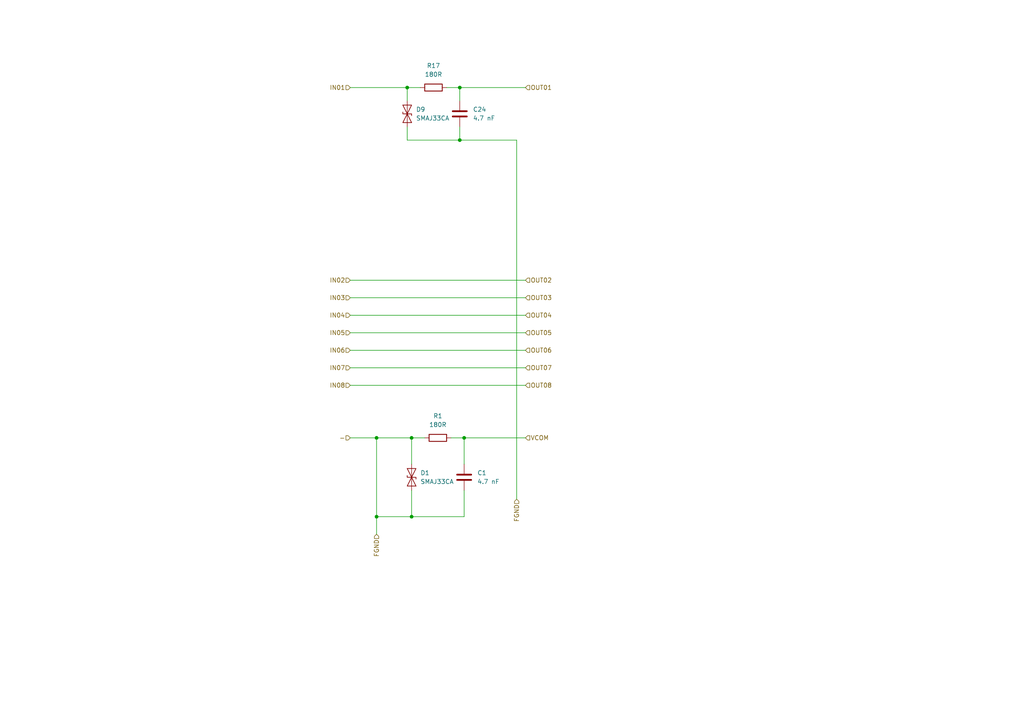
<source format=kicad_sch>
(kicad_sch (version 20231120) (generator "eeschema") (generator_version "8.0")
  (paper "A4")
  (lib_symbols
    (symbol "Diode:SMAJ33CA" (pin_numbers hide) (pin_names (offset 1.016) hide)
      (property "Reference" "D" (at 0 2.54 0))
      (property "Value" "SMAJ33CA" (at 0 -2.54 0))
      (symbol "SMAJ33CA_0_1"
        (polyline (pts (xy 1.27 0) (xy -1.27 0)))
        (polyline (pts (xy -2.54 -1.27) (xy 0 0) (xy -2.54 1.27) (xy -2.54 -1.27)) (stroke (width 0.2032)))
        (polyline (pts (xy 0.508 1.27) (xy 0 1.27) (xy 0 -1.27) (xy -0.508 -1.27)) (stroke (width 0.2032)))
        (polyline (pts (xy 2.54 1.27) (xy 2.54 -1.27) (xy 0 0) (xy 2.54 1.27)) (stroke (width 0.2032)))
      )
      (symbol "SMAJ33CA_1_1"
        (pin passive line (at -3.81 0 0) (length 2.54) (name "A1") (number "1"))
        (pin passive line (at 3.81 0 180) (length 2.54) (name "A2") (number "2"))
      )
    )
    (symbol "kicad_inventree_lib:C_4.7nF_50V_1206" (pin_numbers hide) (pin_names (offset 0.254))
      (property "Reference" "C" (at 0.635 2.54 0))
      (property "Value" "4.7 nF" (at 0.635 -2.54 0))
      (symbol "C_4.7nF_50V_1206_0_1"
        (polyline (pts (xy -2.032 -0.762) (xy 2.032 -0.762)) (stroke (width 0.508)))
        (polyline (pts (xy -2.032 0.762) (xy 2.032 0.762)) (stroke (width 0.508)))
      )
      (symbol "C_4.7nF_50V_1206_1_1"
        (pin passive line (at 0 3.81 270) (length 2.794) (name "~") (number "1"))
        (pin passive line (at 0 -3.81 90) (length 2.794) (name "~") (number "2"))
      )
    )
    (symbol "kicad_inventree_lib:R_180R_1206_1%" (pin_numbers hide) (pin_names (offset 0))
      (property "Reference" "R" (at 2.032 0 90))
      (property "Value" "180R" (at 0 0 90))
      (symbol "R_180R_1206_1%_0_1"
        (rectangle (start -1.016 -2.54) (end 1.016 2.54) (stroke (width 0.254)))
      )
      (symbol "R_180R_1206_1%_1_1"
        (pin passive line (at 0 3.81 270) (length 1.27) (name "~") (number "1"))
        (pin passive line (at 0 -3.81 90) (length 1.27) (name "~") (number "2"))
      )
    )
  )
  (junction (at 109.22 127))
  (junction (at 119.38 127))
  (junction (at 134.62 127))
  (junction (at 133.35 25.4))
  (junction (at 119.38 149.86))
  (junction (at 109.22 149.86))
  (junction (at 118.11 25.4))
  (junction (at 133.35 40.64))
  (wire (pts (xy 101.6 91.44) (xy 152.4 91.44)))
  (wire (pts (xy 133.35 25.4) (xy 133.35 29.21)))
  (wire (pts (xy 101.6 86.36) (xy 152.4 86.36)))
  (wire (pts (xy 118.11 36.83) (xy 118.11 40.64)))
  (wire (pts (xy 134.62 142.24) (xy 134.62 149.86)))
  (wire (pts (xy 119.38 127) (xy 119.38 134.62)))
  (wire (pts (xy 101.6 81.28) (xy 152.4 81.28)))
  (wire (pts (xy 149.86 144.78) (xy 149.86 40.64)))
  (wire (pts (xy 101.6 127) (xy 109.22 127)))
  (wire (pts (xy 134.62 149.86) (xy 119.38 149.86)))
  (wire (pts (xy 130.81 127) (xy 134.62 127)))
  (wire (pts (xy 133.35 40.64) (xy 118.11 40.64)))
  (wire (pts (xy 133.35 25.4) (xy 152.4 25.4)))
  (wire (pts (xy 129.54 25.4) (xy 133.35 25.4)))
  (wire (pts (xy 134.62 127) (xy 152.4 127)))
  (wire (pts (xy 119.38 127) (xy 123.19 127)))
  (wire (pts (xy 101.6 106.68) (xy 152.4 106.68)))
  (wire (pts (xy 109.22 149.86) (xy 109.22 154.94)))
  (wire (pts (xy 134.62 127) (xy 134.62 134.62)))
  (wire (pts (xy 101.6 111.76) (xy 152.4 111.76)))
  (wire (pts (xy 109.22 127) (xy 109.22 149.86)))
  (wire (pts (xy 149.86 40.64) (xy 133.35 40.64)))
  (wire (pts (xy 101.6 96.52) (xy 152.4 96.52)))
  (wire (pts (xy 118.11 25.4) (xy 118.11 29.21)))
  (wire (pts (xy 119.38 149.86) (xy 109.22 149.86)))
  (wire (pts (xy 101.6 25.4) (xy 118.11 25.4)))
  (wire (pts (xy 118.11 25.4) (xy 121.92 25.4)))
  (wire (pts (xy 109.22 127) (xy 119.38 127)))
  (wire (pts (xy 119.38 142.24) (xy 119.38 149.86)))
  (wire (pts (xy 101.6 101.6) (xy 152.4 101.6)))
  (wire (pts (xy 133.35 36.83) (xy 133.35 40.64)))
  (hierarchical_label "VCOM" (shape input) (at 152.4 127 0))
  (hierarchical_label "OUT08" (shape input) (at 152.4 111.76 0))
  (hierarchical_label "IN02" (shape input) (at 101.6 81.28 180))
  (hierarchical_label "IN05" (shape input) (at 101.6 96.52 180))
  (hierarchical_label "OUT06" (shape input) (at 152.4 101.6 0))
  (hierarchical_label "IN01" (shape input) (at 101.6 25.4 180))
  (hierarchical_label "FGND" (shape input) (at 149.86 144.78 270))
  (hierarchical_label "OUT03" (shape input) (at 152.4 86.36 0))
  (hierarchical_label "-" (shape input) (at 101.6 127 180))
  (hierarchical_label "OUT02" (shape input) (at 152.4 81.28 0))
  (hierarchical_label "OUT04" (shape input) (at 152.4 91.44 0))
  (hierarchical_label "FGND" (shape input) (at 109.22 154.94 270))
  (hierarchical_label "IN08" (shape input) (at 101.6 111.76 180))
  (hierarchical_label "IN07" (shape input) (at 101.6 106.68 180))
  (hierarchical_label "IN03" (shape input) (at 101.6 86.36 180))
  (hierarchical_label "IN04" (shape input) (at 101.6 91.44 180))
  (hierarchical_label "OUT07" (shape input) (at 152.4 106.68 0))
  (hierarchical_label "OUT05" (shape input) (at 152.4 96.52 0))
  (hierarchical_label "OUT01" (shape input) (at 152.4 25.4 0))
  (hierarchical_label "IN06" (shape input) (at 101.6 101.6 180))
  (symbol (lib_id "Diode:SMAJ33CA") (at 118.11 33.02 90) (unit 1)
    (property "Reference" "D9" (at 120.65 31.7499 90) (effects (justify right)))
    (property "Value" "SMAJ33CA" (at 120.65 34.2899 90) (effects (justify right)))
    (property "Footprint" "Diode_SMD:D_SMA" (effects (hide yes)))
    (property "Datasheet" "https://www.littelfuse.com/media?resourcetype=datasheets&itemid=75e32973-b177-4ee3-a0ff-cedaf1abdb93&filename=smaj-datasheet" (effects (hide yes)))
    (property "Description" "400W bidirectional Transient Voltage Suppressor, 33.0Vr, SMA(DO-214AC)" (effects (hide yes)))
  )
  (symbol (lib_id "kicad_inventree_lib:C_4.7nF_50V_1206") (at 133.35 33.02 0) (unit 1)
    (property "Reference" "C24" (at 137.16 31.7499 0) (effects (justify left)))
    (property "Value" "4.7 nF" (at 137.16 34.2899 0) (effects (justify left)))
    (property "Footprint" "Capacitor_SMD:C_1206_3216Metric_Pad1.33x1.80mm_HandSolder" (effects (hide yes)))
    (property "Datasheet" "http://inventree.network/part/114/" (effects (hide yes)))
    (property "Description" "Unpolarized capacitor" (effects (hide yes)))
    (property "part_ipn" "C_4.7nF_50V_1206" (effects (hide yes)))
  )
  (symbol (lib_id "kicad_inventree_lib:R_180R_1206_1%") (at 125.73 25.4 90) (unit 1)
    (property "Reference" "R17" (at 125.73 19.05 90))
    (property "Value" "180R" (at 125.73 21.59 90))
    (property "Footprint" "Resistor_SMD:R_1206_3216Metric_Pad1.30x1.75mm_HandSolder" (effects (hide yes)))
    (property "Datasheet" "http://inventree.network/part/113/" (effects (hide yes)))
    (property "Description" "Resistor" (effects (hide yes)))
    (property "part_ipn" "R_180R_1206_1%" (effects (hide yes)))
  )
  (symbol (lib_id "kicad_inventree_lib:R_180R_1206_1%") (at 127 127 90) (unit 1)
    (property "Reference" "R1" (at 127 120.65 90))
    (property "Value" "180R" (at 127 123.19 90))
    (property "Footprint" "Resistor_SMD:R_1206_3216Metric_Pad1.30x1.75mm_HandSolder" (effects (hide yes)))
    (property "Datasheet" "http://inventree.network/part/113/" (effects (hide yes)))
    (property "Description" "Resistor" (effects (hide yes)))
    (property "part_ipn" "R_180R_1206_1%" (effects (hide yes)))
  )
  (symbol (lib_id "kicad_inventree_lib:C_4.7nF_50V_1206") (at 134.62 138.43 0) (unit 1)
    (property "Reference" "C1" (at 138.43 137.1599 0) (effects (justify left)))
    (property "Value" "4.7 nF" (at 138.43 139.6999 0) (effects (justify left)))
    (property "Footprint" "Capacitor_SMD:C_1206_3216Metric_Pad1.33x1.80mm_HandSolder" (effects (hide yes)))
    (property "Datasheet" "http://inventree.network/part/114/" (effects (hide yes)))
    (property "Description" "Unpolarized capacitor" (effects (hide yes)))
    (property "part_ipn" "C_4.7nF_50V_1206" (effects (hide yes)))
  )
  (symbol (lib_id "Diode:SMAJ33CA") (at 119.38 138.43 90) (unit 1)
    (property "Reference" "D1" (at 121.92 137.1599 90) (effects (justify right)))
    (property "Value" "SMAJ33CA" (at 121.92 139.6999 90) (effects (justify right)))
    (property "Footprint" "Diode_SMD:D_SMA" (effects (hide yes)))
    (property "Datasheet" "https://www.littelfuse.com/media?resourcetype=datasheets&itemid=75e32973-b177-4ee3-a0ff-cedaf1abdb93&filename=smaj-datasheet" (effects (hide yes)))
    (property "Description" "400W bidirectional Transient Voltage Suppressor, 33.0Vr, SMA(DO-214AC)" (effects (hide yes)))
  )
)
</source>
